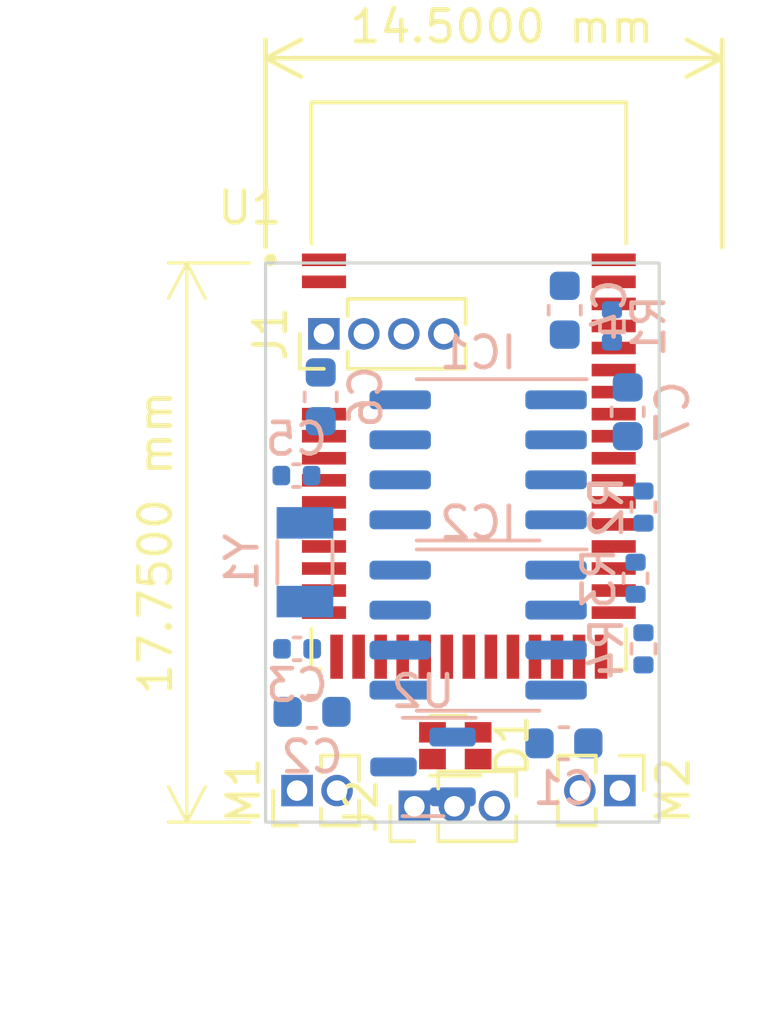
<source format=kicad_pcb>
(kicad_pcb (version 20211014) (generator pcbnew)
  (layers (0 "F.Cu" signal) (31 "B.Cu" signal) (34 "B.Paste" user) (35 "F.Paste" user) (36 "B.SilkS" user "B.Silkscreen") (37 "F.SilkS" user "F.Silkscreen") (38 "B.Mask" user) (39 "F.Mask" user) (44 "Edge.Cuts" user))
  (net 0 "")
  (net 1 "Net-(IC1-Pad1)")
  (net 2 "/Vin")
  (net 3 "Net-(C6-Pad1)")
  (net 4 "GND")
  (net 5 "/M1_A")
  (net 6 "/M1_B")
  (net 7 "Net-(IC2-Pad1)")
  (net 8 "Net-(C7-Pad1)")
  (net 9 "/M2_A")
  (net 10 "/M2_B")
  (net 11 "/3V3")
  (net 29 "/PWM")
  (net 30 "/LED1")
  (net 31 "/LED2")
  (net 32 "/LED3")
  (net 34 "/SWDIO")
  (net 35 "/SWCLK")
  (net 41 "Net-(C3-Pad1)")
  (net 42 "Net-(C5-Pad1)")
  (net 45 "Net-(D1-Pad1)")
  (net 46 "Net-(D1-Pad2)")
  (net 47 "Net-(D1-Pad3)")
  (footprint "Connector_PinHeader_1.27mm:PinHeader_1x02_P1.27mm_Vertical" (layer "F.Cu") (at 125 118.5 90)
    (fp_text reference "M1" (at 0 -1.695 90) (layer "F.SilkS"))
    (fp_text value "Motor_DC")
    (fp_line (start -1.11 1.965) (end -0.30753 1.965) (layer "F.SilkS") (width 0.12))
    (fp_line (start 0.563471 0.76) (end 1.11 0.76) (layer "F.SilkS") (width 0.12))
    (fp_line (start 1.11 0.76) (end 1.11 1.965) (layer "F.SilkS") (width 0.12))
    (fp_line (start -1.11 0) (end -1.11 -0.76) (layer "F.SilkS") (width 0.12))
    (fp_line (start -1.11 -0.76) (end 0 -0.76) (layer "F.SilkS") (width 0.12))
    (fp_line (start 0.30753 1.965) (end 1.11 1.965) (layer "F.SilkS") (width 0.12))
    (fp_line (start -1.11 0.76) (end -0.563471 0.76) (layer "F.SilkS") (width 0.12))
    (fp_line (start -1.11 0.76) (end -1.11 1.965) (layer "F.SilkS") (width 0.12))
    (pad "1" thru_hole rect (at 0 0 90) (size 1 1) (drill 0.65) (layers *.Cu *.Mask) (net 1 "Net-(IC1-Pad1)"))
    (pad "2" thru_hole oval (at 0 1.27 90) (size 1 1) (drill 0.65) (layers *.Cu *.Mask) (net 3 "Net-(C6-Pad1)"))
  )
  (footprint "Connector_PinHeader_1.27mm:PinHeader_1x04_P1.27mm_Vertical" (layer "F.Cu") (at 125.85 104 90)
    (fp_text reference "J1" (at 0 -1.695 90) (layer "F.SilkS"))
    (fp_text value "Conn_01x04")
    (fp_line (start -1.11 4.505) (end -0.30753 4.505) (layer "F.SilkS") (width 0.12))
    (fp_line (start -1.11 0) (end -1.11 -0.76) (layer "F.SilkS") (width 0.12))
    (fp_line (start 0.563471 0.76) (end 1.11 0.76) (layer "F.SilkS") (width 0.12))
    (fp_line (start -1.11 0.76) (end -0.563471 0.76) (layer "F.SilkS") (width 0.12))
    (fp_line (start 0.30753 4.505) (end 1.11 4.505) (layer "F.SilkS") (width 0.12))
    (fp_line (start -1.11 0.76) (end -1.11 4.505) (layer "F.SilkS") (width 0.12))
    (fp_line (start -1.11 -0.76) (end 0 -0.76) (layer "F.SilkS") (width 0.12))
    (fp_line (start 1.11 0.76) (end 1.11 4.505) (layer "F.SilkS") (width 0.12))
    (pad "1" thru_hole rect (at 0 0 90) (size 1 1) (drill 0.65) (layers *.Cu *.Mask) (net 11 "/3V3"))
    (pad "2" thru_hole oval (at 0 1.27 90) (size 1 1) (drill 0.65) (layers *.Cu *.Mask) (net 4 "GND"))
    (pad "3" thru_hole oval (at 0 2.54 90) (size 1 1) (drill 0.65) (layers *.Cu *.Mask) (net 35 "/SWCLK"))
    (pad "4" thru_hole oval (at 0 3.81 90) (size 1 1) (drill 0.65) (layers *.Cu *.Mask) (net 34 "/SWDIO"))
  )
  (footprint "Connector_PinHeader_1.27mm:PinHeader_1x03_P1.27mm_Vertical" (layer "F.Cu") (at 128.725 119 90)
    (fp_text reference "J2" (at 0 -1.695 90) (layer "F.SilkS"))
    (fp_text value "Conn_01x03")
    (fp_line (start 1.11 0.76) (end 1.11 3.235) (layer "F.SilkS") (width 0.12))
    (fp_line (start 0.30753 3.235) (end 1.11 3.235) (layer "F.SilkS") (width 0.12))
    (fp_line (start -1.11 -0.76) (end 0 -0.76) (layer "F.SilkS") (width 0.12))
    (fp_line (start -1.11 3.235) (end -0.30753 3.235) (layer "F.SilkS") (width 0.12))
    (fp_line (start -1.11 0.76) (end -0.563471 0.76) (layer "F.SilkS") (width 0.12))
    (fp_line (start -1.11 0) (end -1.11 -0.76) (layer "F.SilkS") (width 0.12))
    (fp_line (start 0.563471 0.76) (end 1.11 0.76) (layer "F.SilkS") (width 0.12))
    (fp_line (start -1.11 0.76) (end -1.11 3.235) (layer "F.SilkS") (width 0.12))
    (pad "1" thru_hole rect (at 0 0 90) (size 1 1) (drill 0.65) (layers *.Cu *.Mask) (net 4 "GND"))
    (pad "2" thru_hole oval (at 0 1.27 90) (size 1 1) (drill 0.65) (layers *.Cu *.Mask) (net 2 "/Vin"))
    (pad "3" thru_hole oval (at 0 2.54 90) (size 1 1) (drill 0.65) (layers *.Cu *.Mask) (net 29 "/PWM"))
  )
  (footprint "LED_SMD:LED_LiteOn_LTST-C19HE1WT" (layer "F.Cu") (at 130.025 117.075 -90)
    (fp_text reference "D1" (at 0 -1.8 90) (layer "F.SilkS"))
    (fp_text value "LED_RGBA")
    (fp_line (start -0.95 -0.35) (end -0.95 0.8) (layer "F.SilkS") (width 0.12))
    (fp_line (start 0.95 -0.8) (end 0.95 0.8) (layer "F.SilkS") (width 0.12))
    (pad "1" smd rect (at -0.425 -0.725 270) (size 0.65 0.85) (layers "F.Cu" "F.Paste" "F.Mask") (net 45 "Net-(D1-Pad1)"))
    (pad "2" smd rect (at 0.425 -0.725 270) (size 0.65 0.85) (layers "F.Cu" "F.Paste" "F.Mask") (net 46 "Net-(D1-Pad2)"))
    (pad "3" smd rect (at 0.425 0.725 270) (size 0.65 0.85) (layers "F.Cu" "F.Paste" "F.Mask") (net 47 "Net-(D1-Pad3)"))
    (pad "4" smd rect (at -0.425 0.725 270) (size 0.65 0.85) (layers "F.Cu" "F.Paste" "F.Mask") (net 11 "/3V3"))
  )
  (footprint "Connector_PinHeader_1.27mm:PinHeader_1x02_P1.27mm_Vertical" (layer "F.Cu") (at 135.25 118.5 -90)
    (fp_text reference "M2" (at 0 -1.695 90) (layer "F.SilkS"))
    (fp_text value "Motor_DC")
    (fp_line (start -1.11 0.76) (end -0.563471 0.76) (layer "F.SilkS") (width 0.12))
    (fp_line (start 1.11 0.76) (end 1.11 1.965) (layer "F.SilkS") (width 0.12))
    (fp_line (start 0.563471 0.76) (end 1.11 0.76) (layer "F.SilkS") (width 0.12))
    (fp_line (start -1.11 -0.76) (end 0 -0.76) (layer "F.SilkS") (width 0.12))
    (fp_line (start -1.11 1.965) (end -0.30753 1.965) (layer "F.SilkS") (width 0.12))
    (fp_line (start 0.30753 1.965) (end 1.11 1.965) (layer "F.SilkS") (width 0.12))
    (fp_line (start -1.11 0) (end -1.11 -0.76) (layer "F.SilkS") (width 0.12))
    (fp_line (start -1.11 0.76) (end -1.11 1.965) (layer "F.SilkS") (width 0.12))
    (pad "1" thru_hole rect (at 0 0 270) (size 1 1) (drill 0.65) (layers *.Cu *.Mask) (net 7 "Net-(IC2-Pad1)"))
    (pad "2" thru_hole oval (at 0 1.27 270) (size 1 1) (drill 0.65) (layers *.Cu *.Mask) (net 8 "Net-(C7-Pad1)"))
  )
  (footprint "RF_Module:MODULE_MDBT40-ANT-P256V3" (layer "F.Cu") (at 130.455 105.65)
    (fp_text reference "U1" (at -6.955 -5.65) (layer "F.SilkS"))
    (fp_text value "MDBT40-ANT-P256V3")
    (fp_line (start 5 -4.52) (end 5 -9) (layer "F.SilkS") (width 0.127))
    (fp_line (start 5 9) (end 5 7.72) (layer "F.SilkS") (width 0.127))
    (fp_line (start -5 9) (end -5 7.72) (layer "F.SilkS") (width 0.127))
    (fp_line (start -5 -4.52) (end -5 -9) (layer "F.SilkS") (width 0.127))
    (fp_line (start -5 9) (end -4.72 9) (layer "F.SilkS") (width 0.127))
    (fp_line (start 4.72 9) (end 5 9) (layer "F.SilkS") (width 0.127))
    (fp_line (start -5 -9) (end 5 -9) (layer "F.SilkS") (width 0.127))
    (fp_circle (center -6.3 -4) (end -6.2 -4) (layer "F.SilkS") (width 0.2) (fill none))
    (pad "1" smd rect (at -4.6 -4) (size 1.4 0.4) (layers "F.Cu" "F.Paste" "F.Mask") (net 4 "GND"))
    (pad "2" smd rect (at -4.6 -3.3) (size 1.4 0.4) (layers "F.Cu" "F.Paste" "F.Mask") (net 4 "GND"))
    (pad "3" smd rect (at -4.6 0.9) (size 1.4 0.4) (layers "F.Cu" "F.Paste" "F.Mask") (net 11 "/3V3"))
    (pad "4" smd rect (at -4.6 1.6) (size 1.4 0.4) (layers "F.Cu" "F.Paste" "F.Mask"))
    (pad "5" smd rect (at -4.6 2.3) (size 1.4 0.4) (layers "F.Cu" "F.Paste" "F.Mask"))
    (pad "6" smd rect (at -4.6 3) (size 1.4 0.4) (layers "F.Cu" "F.Paste" "F.Mask"))
    (pad "7" smd rect (at -4.6 3.7) (size 1.4 0.4) (layers "F.Cu" "F.Paste" "F.Mask"))
    (pad "8" smd rect (at -4.6 4.4) (size 1.4 0.4) (layers "F.Cu" "F.Paste" "F.Mask"))
    (pad "9" smd rect (at -4.6 5.1) (size 1.4 0.4) (layers "F.Cu" "F.Paste" "F.Mask") (net 42 "Net-(C5-Pad1)"))
    (pad "10" smd rect (at -4.6 5.8) (size 1.4 0.4) (layers "F.Cu" "F.Paste" "F.Mask") (net 41 "Net-(C3-Pad1)"))
    (pad "11" smd rect (at -4.6 6.5) (size 1.4 0.4) (layers "F.Cu" "F.Paste" "F.Mask"))
    (pad "12" smd rect (at -4.6 7.2) (size 1.4 0.4) (layers "F.Cu" "F.Paste" "F.Mask"))
    (pad "13" smd rect (at -4.2 8.6) (size 0.4 1.4) (layers "F.Cu" "F.Paste" "F.Mask") (net 4 "GND"))
    (pad "14" smd rect (at -3.5 8.6) (size 0.4 1.4) (layers "F.Cu" "F.Paste" "F.Mask") (net 11 "/3V3"))
    (pad "15" smd rect (at -2.8 8.6) (size 0.4 1.4) (layers "F.Cu" "F.Paste" "F.Mask"))
    (pad "16" smd rect (at -2.1 8.6) (size 0.4 1.4) (layers "F.Cu" "F.Paste" "F.Mask"))
    (pad "17" smd rect (at -1.4 8.6) (size 0.4 1.4) (layers "F.Cu" "F.Paste" "F.Mask"))
    (pad "18" smd rect (at -0.7 8.6) (size 0.4 1.4) (layers "F.Cu" "F.Paste" "F.Mask"))
    (pad "19" smd rect (at 0 8.6) (size 0.4 1.4) (layers "F.Cu" "F.Paste" "F.Mask"))
    (pad "20" smd rect (at 0.7 8.6) (size 0.4 1.4) (layers "F.Cu" "F.Paste" "F.Mask"))
    (pad "21" smd rect (at 1.4 8.6) (size 0.4 1.4) (layers "F.Cu" "F.Paste" "F.Mask"))
    (pad "22" smd rect (at 2.1 8.6) (size 0.4 1.4) (layers "F.Cu" "F.Paste" "F.Mask"))
    (pad "23" smd rect (at 2.8 8.6) (size 0.4 1.4) (layers "F.Cu" "F.Paste" "F.Mask"))
    (pad "24" smd rect (at 3.5 8.6) (size 0.4 1.4) (layers "F.Cu" "F.Paste" "F.Mask"))
    (pad "25" smd rect (at 4.2 8.6) (size 0.4 1.4) (layers "F.Cu" "F.Paste" "F.Mask") (net 4 "GND"))
    (pad "26" smd rect (at 4.6 7.2) (size 1.4 0.4) (layers "F.Cu" "F.Paste" "F.Mask") (net 5 "/M1_A"))
    (pad "27" smd rect (at 4.6 6.5) (size 1.4 0.4) (layers "F.Cu" "F.Paste" "F.Mask") (net 6 "/M1_B"))
    (pad "28" smd rect (at 4.6 5.8) (size 1.4 0.4) (layers "F.Cu" "F.Paste" "F.Mask") (net 9 "/M2_A"))
    (pad "29" smd rect (at 4.6 5.1) (size 1.4 0.4) (layers "F.Cu" "F.Paste" "F.Mask") (net 10 "/M2_B"))
    (pad "30" smd rect (at 4.6 4.4) (size 1.4 0.4) (layers "F.Cu" "F.Paste" "F.Mask") (net 29 "/PWM"))
    (pad "31" smd rect (at 4.6 3.7) (size 1.4 0.4) (layers "F.Cu" "F.Paste" "F.Mask") (net 30 "/LED1"))
    (pad "32" smd rect (at 4.6 3) (size 1.4 0.4) (layers "F.Cu" "F.Paste" "F.Mask") (net 31 "/LED2"))
    (pad "33" smd rect (at 4.6 2.3) (size 1.4 0.4) (layers "F.Cu" "F.Paste" "F.Mask") (net 32 "/LED3"))
    (pad "34" smd rect (at 4.6 1.6) (size 1.4 0.4) (layers "F.Cu" "F.Paste" "F.Mask"))
    (pad "35" smd rect (at 4.6 0.9) (size 1.4 0.4) (layers "F.Cu" "F.Paste" "F.Mask") (net 34 "/SWDIO"))
    (pad "36" smd rect (at 4.6 0.2) (size 1.4 0.4) (layers "F.Cu" "F.Paste" "F.Mask") (net 35 "/SWCLK"))
    (pad "37" smd rect (at 4.6 -0.5) (size 1.4 0.4) (layers "F.Cu" "F.Paste" "F.Mask"))
    (pad "38" smd rect (at 4.6 -1.2) (size 1.4 0.4) (layers "F.Cu" "F.Paste" "F.Mask"))
    (pad "39" smd rect (at 4.6 -1.9) (size 1.4 0.4) (layers "F.Cu" "F.Paste" "F.Mask"))
    (pad "40" smd rect (at 4.6 -2.6) (size 1.4 0.4) (layers "F.Cu" "F.Paste" "F.Mask"))
    (pad "41" smd rect (at 4.6 -3.3) (size 1.4 0.4) (layers "F.Cu" "F.Paste" "F.Mask"))
    (pad "42" smd rect (at 4.6 -4) (size 1.4 0.4) (layers "F.Cu" "F.Paste" "F.Mask") (net 4 "GND"))
  )
  (footprint "Capacitor_SMD:C_0402_1005Metric" (layer "B.Cu") (at 124.98 108.5 180)
    (fp_text reference "C5" (at 0 1.16) (layer "B.SilkS") (effects (justify mirror)))
    (fp_text value "12pF")
    (fp_line (start -0.107836 0.36) (end 0.107836 0.36) (layer "B.SilkS") (width 0.12))
    (fp_line (start -0.107836 -0.36) (end 0.107836 -0.36) (layer "B.SilkS") (width 0.12))
    (pad "1" smd roundrect (at -0.48 0 180) (size 0.56 0.62) (layers "B.Cu" "B.Paste" "B.Mask") (net 42 "Net-(C5-Pad1)"))
    (pad "2" smd roundrect (at 0.48 0 180) (size 0.56 0.62) (layers "B.Cu" "B.Paste" "B.Mask") (net 4 "GND"))
  )
  (footprint "Capacitor_SMD:C_0603_1608Metric" (layer "B.Cu") (at 133.475 117)
    (fp_text reference "C1" (at 0 1.43) (layer "B.SilkS") (effects (justify mirror)))
    (fp_text value "10uF")
    (fp_line (start -0.14058 -0.51) (end 0.14058 -0.51) (layer "B.SilkS") (width 0.12))
    (fp_line (start -0.14058 0.51) (end 0.14058 0.51) (layer "B.SilkS") (width 0.12))
    (pad "1" smd roundrect (at -0.775 0) (size 0.9 0.95) (layers "B.Cu" "B.Paste" "B.Mask") (net 2 "/Vin"))
    (pad "2" smd roundrect (at 0.775 0) (size 0.9 0.95) (layers "B.Cu" "B.Paste" "B.Mask") (net 4 "GND"))
  )
  (footprint "Capacitor_SMD:C_0603_1608Metric" (layer "B.Cu") (at 125.475 116)
    (fp_text reference "C2" (at 0 1.43) (layer "B.SilkS") (effects (justify mirror)))
    (fp_text value "10uF")
    (fp_line (start -0.14058 -0.51) (end 0.14058 -0.51) (layer "B.SilkS") (width 0.12))
    (fp_line (start -0.14058 0.51) (end 0.14058 0.51) (layer "B.SilkS") (width 0.12))
    (pad "1" smd roundrect (at -0.775 0) (size 0.9 0.95) (layers "B.Cu" "B.Paste" "B.Mask") (net 11 "/3V3"))
    (pad "2" smd roundrect (at 0.775 0) (size 0.9 0.95) (layers "B.Cu" "B.Paste" "B.Mask") (net 4 "GND"))
  )
  (footprint "Resistor_SMD:R_0402_1005Metric" (layer "B.Cu") (at 136 109.5 -90)
    (fp_text reference "R2" (at 0 1.17 90) (layer "B.SilkS") (effects (justify mirror)))
    (fp_text value "R")
    (fp_line (start -0.153641 0.38) (end 0.153641 0.38) (layer "B.SilkS") (width 0.12))
    (fp_line (start -0.153641 -0.38) (end 0.153641 -0.38) (layer "B.SilkS") (width 0.12))
    (pad "1" smd roundrect (at -0.51 0 270) (size 0.54 0.64) (layers "B.Cu" "B.Paste" "B.Mask") (net 30 "/LED1"))
    (pad "2" smd roundrect (at 0.51 0 270) (size 0.54 0.64) (layers "B.Cu" "B.Paste" "B.Mask") (net 45 "Net-(D1-Pad1)"))
  )
  (footprint "Crystal:Crystal_SMD_3215-2Pin_3.2x1.5mm" (layer "B.Cu") (at 125.25 111.25 -90)
    (fp_text reference "Y1" (at 0 2 90) (layer "B.SilkS") (effects (justify mirror)))
    (fp_text value "32.768kHz")
    (fp_line (start -0.675 0.875) (end 0.675 0.875) (layer "B.SilkS") (width 0.12))
    (fp_line (start -0.675 -0.875) (end 0.675 -0.875) (layer "B.SilkS") (width 0.12))
    (pad "1" smd rect (at 1.25 0 270) (size 1 1.8) (layers "B.Cu" "B.Paste" "B.Mask") (net 41 "Net-(C3-Pad1)"))
    (pad "2" smd rect (at -1.25 0 270) (size 1 1.8) (layers "B.Cu" "B.Paste" "B.Mask") (net 42 "Net-(C5-Pad1)"))
  )
  (footprint "Resistor_SMD:R_0402_1005Metric" (layer "B.Cu") (at 135.75 111.76 -90)
    (fp_text reference "R3" (at 0 1.17 90) (layer "B.SilkS") (effects (justify mirror)))
    (fp_text value "R")
    (fp_line (start -0.153641 -0.38) (end 0.153641 -0.38) (layer "B.SilkS") (width 0.12))
    (fp_line (start -0.153641 0.38) (end 0.153641 0.38) (layer "B.SilkS") (width 0.12))
    (pad "1" smd roundrect (at -0.51 0 270) (size 0.54 0.64) (layers "B.Cu" "B.Paste" "B.Mask") (net 31 "/LED2"))
    (pad "2" smd roundrect (at 0.51 0 270) (size 0.54 0.64) (layers "B.Cu" "B.Paste" "B.Mask") (net 46 "Net-(D1-Pad2)"))
  )
  (footprint "Package_TO_SOT_SMD:SOT-23" (layer "B.Cu") (at 129 117.75 180)
    (fp_text reference "U2" (at 0 2.4) (layer "B.SilkS") (effects (justify mirror)))
    (fp_text value "APE8865N-33-HF-3")
    (fp_line (start 0 1.56) (end 0.65 1.56) (layer "B.SilkS") (width 0.12))
    (fp_line (start 0 -1.56) (end 0.65 -1.56) (layer "B.SilkS") (width 0.12))
    (fp_line (start 0 -1.56) (end -0.65 -1.56) (layer "B.SilkS") (width 0.12))
    (fp_line (start 0 1.56) (end -1.675 1.56) (layer "B.SilkS") (width 0.12))
    (pad "1" smd roundrect (at -0.9375 0.95 180) (size 1.475 0.6) (layers "B.Cu" "B.Paste" "B.Mask") (net 4 "GND"))
    (pad "2" smd roundrect (at -0.9375 -0.95 180) (size 1.475 0.6) (layers "B.Cu" "B.Paste" "B.Mask") (net 11 "/3V3"))
    (pad "3" smd roundrect (at 0.9375 0 180) (size 1.475 0.6) (layers "B.Cu" "B.Paste" "B.Mask") (net 2 "/Vin"))
  )
  (footprint "Capacitor_SMD:C_0402_1005Metric" (layer "B.Cu") (at 125 114)
    (fp_text reference "C3" (at 0 1.16) (layer "B.SilkS") (effects (justify mirror)))
    (fp_text value "12pF")
    (fp_line (start -0.107836 0.36) (end 0.107836 0.36) (layer "B.SilkS") (width 0.12))
    (fp_line (start -0.107836 -0.36) (end 0.107836 -0.36) (layer "B.SilkS") (width 0.12))
    (pad "1" smd roundrect (at -0.48 0) (size 0.56 0.62) (layers "B.Cu" "B.Paste" "B.Mask") (net 41 "Net-(C3-Pad1)"))
    (pad "2" smd roundrect (at 0.48 0) (size 0.56 0.62) (layers "B.Cu" "B.Paste" "B.Mask") (net 4 "GND"))
  )
  (footprint "Capacitor_SMD:C_0603_1608Metric" (layer "B.Cu") (at 135.5 106.475 90)
    (fp_text reference "C7" (at 0 1.43 90) (layer "B.SilkS") (effects (justify mirror)))
    (fp_text value "C")
    (fp_line (start -0.14058 0.51) (end 0.14058 0.51) (layer "B.SilkS") (width 0.12))
    (fp_line (start -0.14058 -0.51) (end 0.14058 -0.51) (layer "B.SilkS") (width 0.12))
    (pad "1" smd roundrect (at -0.775 0 90) (size 0.9 0.95) (layers "B.Cu" "B.Paste" "B.Mask") (net 8 "Net-(C7-Pad1)"))
    (pad "2" smd roundrect (at 0.775 0 90) (size 0.9 0.95) (layers "B.Cu" "B.Paste" "B.Mask"))
  )
  (footprint "Package_SO:SOIC-8_3.9x4.9mm_P1.27mm" (layer "B.Cu") (at 130.75 108 180)
    (fp_text reference "IC1" (at 0 3.4) (layer "B.SilkS") (effects (justify mirror)))
    (fp_text value "L9110S")
    (fp_line (start 0 2.56) (end 1.95 2.56) (layer "B.SilkS") (width 0.12))
    (fp_line (start 0 -2.56) (end -1.95 -2.56) (layer "B.SilkS") (width 0.12))
    (fp_line (start 0 -2.56) (end 1.95 -2.56) (layer "B.SilkS") (width 0.12))
    (fp_line (start 0 2.56) (end -3.45 2.56) (layer "B.SilkS") (width 0.12))
    (pad "1" smd roundrect (at -2.475 1.905 180) (size 1.95 0.6) (layers "B.Cu" "B.Paste" "B.Mask") (net 1 "Net-(IC1-Pad1)"))
    (pad "2" smd roundrect (at -2.475 0.635 180) (size 1.95 0.6) (layers "B.Cu" "B.Paste" "B.Mask") (net 2 "/Vin"))
    (pad "3" smd roundrect (at -2.475 -0.635 180) (size 1.95 0.6) (layers "B.Cu" "B.Paste" "B.Mask") (net 2 "/Vin"))
    (pad "4" smd roundrect (at -2.475 -1.905 180) (size 1.95 0.6) (layers "B.Cu" "B.Paste" "B.Mask") (net 3 "Net-(C6-Pad1)"))
    (pad "5" smd roundrect (at 2.475 -1.905 180) (size 1.95 0.6) (layers "B.Cu" "B.Paste" "B.Mask") (net 4 "GND"))
    (pad "6" smd roundrect (at 2.475 -0.635 180) (size 1.95 0.6) (layers "B.Cu" "B.Paste" "B.Mask") (net 5 "/M1_A"))
    (pad "7" smd roundrect (at 2.475 0.635 180) (size 1.95 0.6) (layers "B.Cu" "B.Paste" "B.Mask") (net 6 "/M1_B"))
    (pad "8" smd roundrect (at 2.475 1.905 180) (size 1.95 0.6) (layers "B.Cu" "B.Paste" "B.Mask") (net 4 "GND"))
  )
  (footprint "Resistor_SMD:R_0402_1005Metric" (layer "B.Cu") (at 135 103.75 90)
    (fp_text reference "R1" (at 0 1.17 90) (layer "B.SilkS") (effects (justify mirror)))
    (fp_text value "4.7k")
    (fp_line (start -0.153641 0.38) (end 0.153641 0.38) (layer "B.SilkS") (width 0.12))
    (fp_line (start -0.153641 -0.38) (end 0.153641 -0.38) (layer "B.SilkS") (width 0.12))
    (pad "1" smd roundrect (at -0.51 0 90) (size 0.54 0.64) (layers "B.Cu" "B.Paste" "B.Mask") (net 34 "/SWDIO"))
    (pad "2" smd roundrect (at 0.51 0 90) (size 0.54 0.64) (layers "B.Cu" "B.Paste" "B.Mask") (net 4 "GND"))
  )
  (footprint "Capacitor_SMD:C_0603_1608Metric" (layer "B.Cu") (at 133.5 103.25 90)
    (fp_text reference "C4" (at 0 1.43 90) (layer "B.SilkS") (effects (justify mirror)))
    (fp_text value "10uF")
    (fp_line (start -0.14058 -0.51) (end 0.14058 -0.51) (layer "B.SilkS") (width 0.12))
    (fp_line (start -0.14058 0.51) (end 0.14058 0.51) (layer "B.SilkS") (width 0.12))
    (pad "1" smd roundrect (at -0.775 0 90) (size 0.9 0.95) (layers "B.Cu" "B.Paste" "B.Mask") (net 11 "/3V3"))
    (pad "2" smd roundrect (at 0.775 0 90) (size 0.9 0.95) (layers "B.Cu" "B.Paste" "B.Mask") (net 4 "GND"))
  )
  (footprint "Capacitor_SMD:C_0603_1608Metric" (layer "B.Cu") (at 125.75 106 90)
    (fp_text reference "C6" (at 0 1.43 90) (layer "B.SilkS") (effects (justify mirror)))
    (fp_text value "C")
    (fp_line (start -0.14058 0.51) (end 0.14058 0.51) (layer "B.SilkS") (width 0.12))
    (fp_line (start -0.14058 -0.51) (end 0.14058 -0.51) (layer "B.SilkS") (width 0.12))
    (pad "1" smd roundrect (at -0.775 0 90) (size 0.9 0.95) (layers "B.Cu" "B.Paste" "B.Mask") (net 3 "Net-(C6-Pad1)"))
    (pad "2" smd roundrect (at 0.775 0 90) (size 0.9 0.95) (layers "B.Cu" "B.Paste" "B.Mask"))
  )
  (footprint "Resistor_SMD:R_0402_1005Metric" (layer "B.Cu") (at 136 114 -90)
    (fp_text reference "R4" (at 0 1.17 90) (layer "B.SilkS") (effects (justify mirror)))
    (fp_text value "R")
    (fp_line (start -0.153641 0.38) (end 0.153641 0.38) (layer "B.SilkS") (width 0.12))
    (fp_line (start -0.153641 -0.38) (end 0.153641 -0.38) (layer "B.SilkS") (width 0.12))
    (pad "1" smd roundrect (at -0.51 0 270) (size 0.54 0.64) (layers "B.Cu" "B.Paste" "B.Mask") (net 32 "/LED3"))
    (pad "2" smd roundrect (at 0.51 0 270) (size 0.54 0.64) (layers "B.Cu" "B.Paste" "B.Mask") (net 47 "Net-(D1-Pad3)"))
  )
  (footprint "Package_SO:SOIC-8_3.9x4.9mm_P1.27mm" (layer "B.Cu") (at 130.75 113.405 180)
    (fp_text reference "IC2" (at 0 3.4) (layer "B.SilkS") (effects (justify mirror)))
    (fp_text value "L9110S")
    (fp_line (start 0 -2.56) (end 1.95 -2.56) (layer "B.SilkS") (width 0.12))
    (fp_line (start 0 2.56) (end -3.45 2.56) (layer "B.SilkS") (width 0.12))
    (fp_line (start 0 -2.56) (end -1.95 -2.56) (layer "B.SilkS") (width 0.12))
    (fp_line (start 0 2.56) (end 1.95 2.56) (layer "B.SilkS") (width 0.12))
    (pad "1" smd roundrect (at -2.475 1.905 180) (size 1.95 0.6) (layers "B.Cu" "B.Paste" "B.Mask") (net 7 "Net-(IC2-Pad1)"))
    (pad "2" smd roundrect (at -2.475 0.635 180) (size 1.95 0.6) (layers "B.Cu" "B.Paste" "B.Mask") (net 2 "/Vin"))
    (pad "3" smd roundrect (at -2.475 -0.635 180) (size 1.95 0.6) (layers "B.Cu" "B.Paste" "B.Mask") (net 2 "/Vin"))
    (pad "4" smd roundrect (at -2.475 -1.905 180) (size 1.95 0.6) (layers "B.Cu" "B.Paste" "B.Mask") (net 8 "Net-(C7-Pad1)"))
    (pad "5" smd roundrect (at 2.475 -1.905 180) (size 1.95 0.6) (layers "B.Cu" "B.Paste" "B.Mask") (net 4 "GND"))
    (pad "6" smd roundrect (at 2.475 -0.635 180) (size 1.95 0.6) (layers "B.Cu" "B.Paste" "B.Mask") (net 9 "/M2_A"))
    (pad "7" smd roundrect (at 2.475 0.635 180) (size 1.95 0.6) (layers "B.Cu" "B.Paste" "B.Mask") (net 10 "/M2_B"))
    (pad "8" smd roundrect (at 2.475 1.905 180) (size 1.95 0.6) (layers "B.Cu" "B.Paste" "B.Mask") (net 4 "GND"))
  )
  (gr_rect (start 136.5 101.75) (end 124 119.5) (layer "Edge.Cuts") (width 0.1) (fill none))
  (dimension (type aligned) (layer "F.SilkS") (pts (xy 124 101.75) (xy 124 119.5)) (height 2.5) (gr_text "17.7500 mm" (at 120.5 110.625 90) (layer "F.SilkS") (effects (font (size 1 1) (thickness 0.15)))) (format (units 3) (units_format 1) (precision 4)) (style (thickness 0.1) (arrow_length 1.27) (text_position_mode 2) (extension_height 0.58642) (extension_offset 0.5) keep_text_aligned))
  (dimension (type aligned) (layer "F.SilkS") (pts (xy 138.5 101.75) (xy 124 101.75)) (height 6.500075) (gr_text "14.5000 mm" (at 131.5 94.25) (layer "F.SilkS") (effects (font (size 1 1) (thickness 0.15)))) (format (units 3) (units_format 1) (precision 4)) (style (thickness 0.15) (arrow_length 1.27) (text_position_mode 2) (extension_height 0.58642) (extension_offset 0.5) keep_text_aligned))
)
</source>
